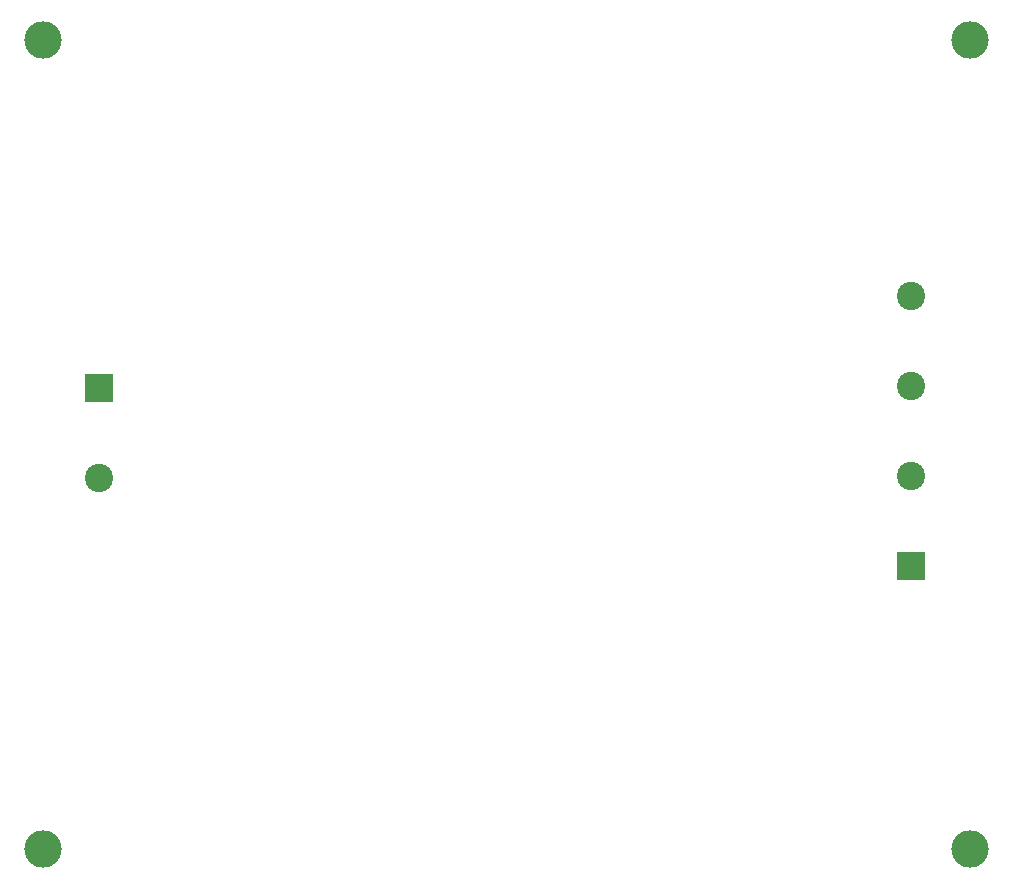
<source format=gbr>
G04 EAGLE Gerber RS-274X export*
G75*
%MOMM*%
%FSLAX34Y34*%
%LPD*%
%INSoldermask Bottom*%
%IPPOS*%
%AMOC8*
5,1,8,0,0,1.08239X$1,22.5*%
G01*
%ADD10C,3.175000*%
%ADD11R,2.400000X2.400000*%
%ADD12C,2.400000*%


D10*
X-655000Y1745000D03*
X-655000Y1060000D03*
X-1440000Y1060000D03*
X-1440000Y1745000D03*
D11*
X-1392720Y1450340D03*
D12*
X-1392720Y1374140D03*
D11*
X-705000Y1300000D03*
D12*
X-705000Y1376200D03*
X-705000Y1452400D03*
X-705000Y1528600D03*
M02*

</source>
